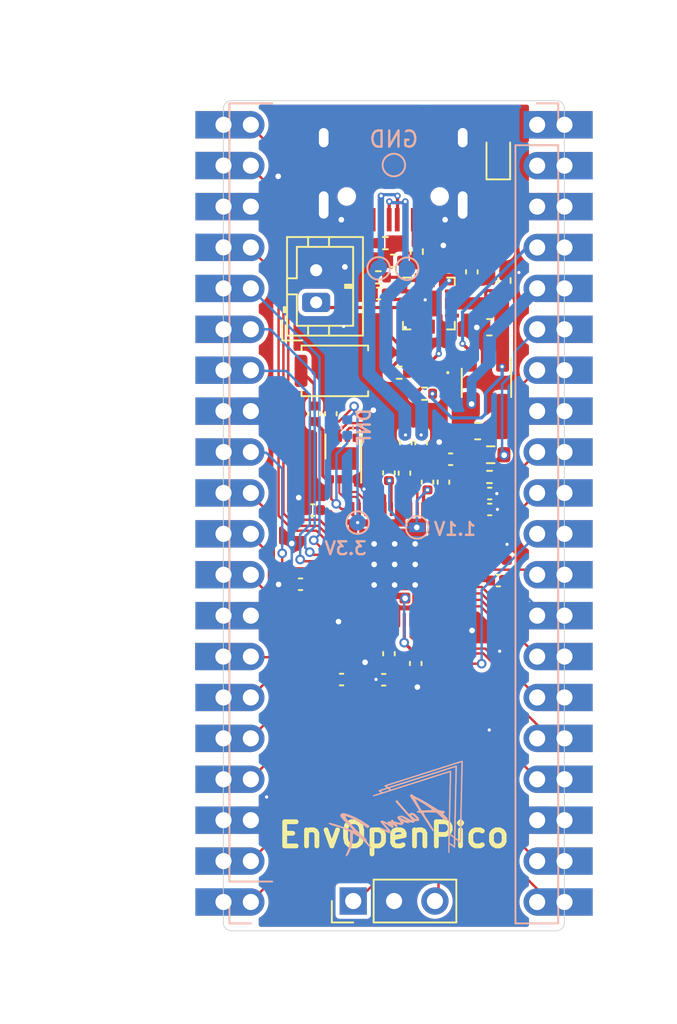
<source format=kicad_pcb>
(kicad_pcb (version 20210722) (generator pcbnew)
  (title_block (title "RP2040 Minimal Design Example") (date "2020-07-13") (rev "REV1") (company "Raspberry Pi (Trading) Ltd"))
  (layers (0 "F.Cu" signal) (31 "B.Cu" signal) (34 "B.Paste" user) (35 "F.Paste" user) (36 "B.SilkS" user "B.Silkscreen") (37 "F.SilkS" user "F.Silkscreen") (38 "B.Mask" user) (39 "F.Mask" user) (44 "Edge.Cuts" user))
  (net 0 "")
  (net 1 "GND")
  (net 2 "VBUS")
  (net 3 "/XIN")
  (net 4 "+1V1")
  (net 5 "/~{USB_BOOT}")
  (net 6 "/GPIO15")
  (net 7 "/GPIO14")
  (net 8 "/GPIO13")
  (net 9 "/GPIO12")
  (net 10 "/GPIO11")
  (net 11 "/GPIO10")
  (net 12 "/GPIO9")
  (net 13 "/GPIO8")
  (net 14 "/GPIO7")
  (net 15 "/GPIO6")
  (net 16 "/GPIO5")
  (net 17 "/GPIO4")
  (net 18 "/GPIO3")
  (net 19 "/GPIO2")
  (net 20 "/GPIO1")
  (net 21 "/GPIO0")
  (net 22 "/GPIO22")
  (net 23 "/GPIO21")
  (net 24 "/GPIO20")
  (net 25 "/GPIO19")
  (net 26 "/GPIO18")
  (net 27 "/GPIO17")
  (net 28 "/GPIO16")
  (net 29 "/RUN")
  (net 30 "/SWD")
  (net 31 "/SWCLK")
  (net 32 "/QSPI_SS")
  (net 33 "Net-(R3-Pad2)")
  (net 34 "Net-(R4-Pad2)")
  (net 35 "/QSPI_SD3")
  (net 36 "/QSPI_SCLK")
  (net 37 "/QSPI_SD0")
  (net 38 "/QSPI_SD2")
  (net 39 "/QSPI_SD1")
  (net 40 "Net-(D3-Pad2)")
  (net 41 "Net-(R6-Pad2)")
  (net 42 "Net-(R5-Pad2)")
  (net 43 "3V3_EN")
  (net 44 "USB_D+")
  (net 45 "USB_D-")
  (net 46 "/ADC_VREF")
  (net 47 "VSYS")
  (net 48 "+3V3")
  (net 49 "Net-(D2-Pad1)")
  (net 50 "Net-(R11-Pad1)")
  (net 51 "Net-(L1-Pad1)")
  (net 52 "VBAT")
  (net 53 "Net-(D2-Pad2)")
  (net 54 "Net-(R12-Pad2)")
  (net 55 "VDD")
  (net 56 "Net-(C20-Pad2)")
  (net 58 "/GPIO28_ADC2")
  (net 59 "/GPIO27_ADC1")
  (net 60 "/GPIO26_ADC0")
  (net 61 "/GPIO25")
  (net 65 "/XOUT")
  (net 66 "/GPIO23")
  (net 67 "/GPIO24")
  (net 68 "/GPIO29_ADC3")
  (footprint "RP2040_minimal:RP2040-QFN-56" (layer "F.Cu") (at 103.69 86.025)
    (fp_text reference "U3")
    (fp_text value "RP2040")
  )
  (footprint "Capacitor_SMD:C_0402_1005Metric" (layer "F.Cu") (at 105 92.175 -90)
    (fp_text reference "C6")
    (fp_text value "100nf 0402")
  )
  (footprint "Capacitor_SMD:C_0402_1005Metric" (layer "F.Cu") (at 103.3352 80.3404 90)
    (fp_text reference "C7")
    (fp_text value "100nf 0402")
  )
  (footprint "Capacitor_SMD:C_0402_1005Metric" (layer "F.Cu") (at 98.6 82.65 180)
    (fp_text reference "C11")
    (fp_text value "100nf 0402")
  )
  (footprint "Capacitor_SMD:C_0402_1005Metric" (layer "F.Cu") (at 98.687 76.6701 90)
    (fp_text reference "R1")
    (fp_text value "1k 0402 Resistor")
  )
  (footprint "Capacitor_SMD:C_0402_1005Metric" (layer "F.Cu") (at 105.33476 78.46396 -90)
    (fp_text reference "R4")
    (fp_text value " 27Ohms 0402 Resistor")
  )
  (footprint "Capacitor_SMD:C_0402_1005Metric" (layer "F.Cu") (at 110.13484 87.02568)
    (fp_text reference "C13")
    (fp_text value "100nf 0402")
  )
  (footprint "Capacitor_SMD:C_0402_1005Metric" (layer "F.Cu") (at 103.3352 91.5672 -90)
    (fp_text reference "C14")
    (fp_text value "100nf 0402")
  )
  (footprint "Capacitor_SMD:C_0402_1005Metric" (layer "F.Cu") (at 97.83864 87.25428 180)
    (fp_text reference "C17")
    (fp_text value "10uf 0402")
  )
  (footprint "Capacitor_SMD:C_0402_1005Metric" (layer "F.Cu") (at 105.73296 80.91698 90)
    (fp_text reference "C3")
    (fp_text value "1uf 0402")
  )
  (footprint "Capacitor_SMD:C_0402_1005Metric" (layer "F.Cu") (at 104.38476 78.46396 -90)
    (fp_text reference "R3")
    (fp_text value " 27Ohms  0402 Resistor")
  )
  (footprint "Capacitor_SMD:C_0402_1005Metric" (layer "F.Cu") (at 100.38956 93.1726 180)
    (fp_text reference "C2")
    (fp_text value "15pf 0402")
  )
  (footprint "Crystal:Crystal_SMD_SeikoEpson_TSX3225-4Pin_3.2x2.5mm" (layer "F.Cu") (at 101.5732 95.4078 180)
    (fp_text reference "X1")
    (fp_text value "XO 32 12Mhz 3225 seiko")
  )
  (footprint "HRO-TYPE-C31-M-12:HRO-TYPE-C-31-M-12" (layer "F.Cu") (at 103.6 56.925 180)
    (fp_text reference "e1")
    (fp_text value "TYPE-C-31-M-12")
  )
  (footprint "Resistor_SMD:R_0402_1005Metric" (layer "F.Cu") (at 109.18228 85.43056 180)
    (fp_text reference "R8")
    (fp_text value "470 ohm resistor")
  )
  (footprint "Resistor_SMD:R_0402_1005Metric" (layer "F.Cu") (at 103.115 66.075 180)
    (fp_text reference "R6")
    (fp_text value "5.1K")
  )
  (footprint "Package_SON:SON-8-1EP_3x2mm_P0.5mm_EP1.4x1.6mm" (layer "F.Cu") (at 100.50056 79.44886 90)
    (fp_text reference "FLASH1")
    (fp_text value "W25Q16")
  )
  (footprint "Capacitor_SMD:C_0402_1005Metric" (layer "F.Cu") (at 104.3004 80.3564 90)
    (fp_text reference "C8")
    (fp_text value "100nf 0402")
  )
  (footprint "Capacitor_SMD:C_0402_1005Metric" (layer "F.Cu") (at 99.72078 76.66756 90)
    (fp_text reference "C5")
    (fp_text value "100nf 0402")
  )
  (footprint "Button_Switch_SMD:SW_Push_SPST_NO_Alps_SKRK" (layer "F.Cu") (at 99.971 74.006)
    (fp_text reference "J2")
    (fp_text value "SKRKAEE020")
  )
  (footprint "LED_SMD:LED_0402_1005Metric" (layer "F.Cu") (at 110.65548 85.27308 -90)
    (fp_text reference "D3")
    (fp_text value "LED 0402 YELLOW")
  )
  (footprint "Resistor_SMD:R_0603_1608Metric" (layer "F.Cu") (at 109.6598 79.2134)
    (fp_text reference "R9")
    (fp_text value "200ohm 0603")
  )
  (footprint "Resistor_SMD:R_0402_1005Metric" (layer "F.Cu") (at 109.5879 80.593 180)
    (fp_text reference "R10")
    (fp_text value "1Ohm 0402")
  )
  (footprint "Capacitor_SMD:C_0402_1005Metric" (layer "F.Cu") (at 106.7261 80.91444 90)
    (fp_text reference "C10")
    (fp_text value "1uf 0402")
  )
  (footprint "Capacitor_SMD:C_0402_1005Metric" (layer "F.Cu") (at 109.6006 82.6123)
    (fp_text reference "C16")
    (fp_text value "100nf 0402")
  )
  (footprint "Capacitor_SMD:C_0402_1005Metric" (layer "F.Cu") (at 109.6006 81.6217)
    (fp_text reference "C18")
    (fp_text value "100nf 0402")
  )
  (footprint "Capacitor_SMD:C_0402_1005Metric" (layer "F.Cu") (at 103.0083 93.1853 180)
    (fp_text reference "C15")
    (fp_text value "100nf 0402")
  )
  (footprint "Resistor_SMD:R_0402_1005Metric" (layer "F.Cu") (at 105.0624 66.599 90)
    (fp_text reference "R5")
    (fp_text value "5.1K")
  )
  (footprint "Capacitor_SMD:C_0603_1608Metric" (layer "F.Cu") (at 109.5752 71.2966 180)
    (fp_text reference "C1")
    (fp_text value "10uf 0603 6.3V")
  )
  (footprint "Package_DFN_QFN:VQFN-16-1EP_3x3mm_P0.5mm_EP1.6x1.6mm" (layer "F.Cu") (at 105.816 69.8234)
    (fp_text reference "U2")
    (fp_text value "BQ24072RGT")
  )
  (footprint "Inductor_SMD:L_0603_1608Metric" (layer "F.Cu") (at 108.8513 77.7482 180)
    (fp_text reference "L1")
    (fp_text value "INDUCTOR 2.2uH 0603")
  )
  (footprint "Resistor_SMD:R_0402_1005Metric" (layer "F.Cu") (at 105.54 75.425 180)
    (fp_text reference "R7")
    (fp_text value "100k 0402")
  )
  (footprint "Package_TO_SOT_SMD:TSOT-23-5" (layer "F.Cu") (at 109.4228 74.751 -90)
    (fp_text reference "U1")
    (fp_text value "LM3671MF 3.3")
  )
  (footprint "Diode_SMD:D_0603_1608Metric" (layer "F.Cu") (at 110.134 60.6286 90)
    (fp_text reference "D4")
    (fp_text value "1n4002 0603")
  )
  (footprint "Capacitor_SMD:C_0402_1005Metric" (layer "F.Cu") (at 108.49 67.8596 90)
    (fp_text reference "C19")
    (fp_text value "0402 1uF")
  )
  (footprint "Resistor_SMD:R_0402_1005Metric" (layer "F.Cu") (at 110.515 68.4 -90)
    (fp_text reference "C20")
    (fp_text value "0402 10uF")
  )
  (footprint "Capacitor_SMD:C_0402_1005Metric" (layer "F.Cu") (at 102.6918 69.2011)
    (fp_text reference "C21")
    (fp_text value "4.7uf 0402")
  )
  (footprint "LED_SMD:LED_0402_1005Metric" (layer "F.Cu") (at 105.9073 74.116 180)
    (fp_text reference "D2")
    (fp_text value "0402 led")
  )
  (footprint "Resistor_SMD:R_0402_1005Metric" (layer "F.Cu") (at 103.6062 67.1691 180)
    (fp_text reference "R11")
    (fp_text value "10K 0402")
  )
  (footprint "Resistor_SMD:R_0402_1005Metric" (layer "F.Cu") (at 102.6791 68.1978)
    (fp_text reference "R12")
    (fp_text value "10K 0402")
  )
  (footprint "Resistor_SMD:R_0402_1005Metric" (layer "F.Cu") (at 103.9745 74.116)
    (fp_text reference "R14")
    (fp_text value "2.2K 0402")
  )
  (footprint "NetTie:NetTie-2_SMD_Pad0.5mm" (layer "F.Cu") (at 109.8546 69.8488)
    (fp_text reference "NT1")
    (fp_text value "Net-Tie_2")
  )
  (footprint "Capacitor_SMD:C_0402_1005Metric" (layer "F.Cu") (at 107.1706 79.4928 180)
    (fp_text reference "C9")
    (fp_text value "10uf 0402")
  )
  (footprint "Connector_PinHeader_2.54mm:PinHeader_1x03_P2.54mm_Vertical" (layer "F.Cu") (at 101.115 106.925 90)
    (fp_text reference "J5")
    (fp_text value "Conn_01x03_Male")
  )
  (footprint "Connector_JST:JST_PH_B2B-PH-K_1x02_P2.00mm_Vertical" (layer "F.Cu") (at 98.81 69.756 90)
    (fp_text reference "BT1")
    (fp_text value "Li-Po Battery")
  )
  (footprint "Connector_PinHeader_2.54mm:PinHeader_1x20_P2.54mm_Vertical" (layer "B.Cu") (at 112.53 58.725 180)
    (fp_text reference "J4")
    (fp_text value "2.54mm header 01x20")
  )
  (footprint "Connector_PinHeader_2.54mm:PinHeader_1x20_P2.54mm_Vertical" (layer "B.Cu") (at 94.75 106.985)
    (fp_text reference "J3" hide)
    (fp_text value "2.54mm header 01x20")
  )
  (footprint "TestPoint:TestPoint_Pad_D1.0mm" (layer "B.Cu") (at 102.6918 67.639)
    (fp_text reference "TP1")
    (fp_text value "TestPoint")
  )
  (footprint "TestPoint:TestPoint_Pad_D1.0mm" (layer "B.Cu") (at 104.4698 67.6644)
    (fp_text reference "TP2")
    (fp_text value "TestPoint")
  )
  (footprint "TestPoint:TestPoint_Pad_D1.0mm" (layer "B.Cu") (at 103.64 61.225)
    (fp_text reference "TP3")
    (fp_text value "TestPoint")
  )
  (footprint "Capacitor_SMD:C_0402_1005Metric" (layer "B.Cu") (at 100.7444 77.521 -90)
    (fp_text reference "R2")
    (fp_text value "DNF")
  )
  (footprint "TestPoint:TestPoint_Pad_D1.0mm" (layer "B.Cu") (at 105.09 83.725)
    (fp_text reference "TP7")
    (fp_text value "TestPoint")
  )
  (footprint "TestPoint:TestPoint_Pad_D1.0mm" (layer "B.Cu") (at 101.39 83.425)
    (fp_text reference "TP8")
    (fp_text value "TestPoint")
  )
  (footprint "EnvExtras:logo" (layer "B.Cu") (at 103.69764 101.30416 180)
    (fp_text reference "G***" hide)
    (fp_text value "LOGO" hide)
  )
  (gr_arc (start 113.74 108.275) (end 113.74 108.775) (angle -90) (layer "Edge.Cuts") (width 0.05))
  (gr_line (start 93.54 57.225) (end 113.74 57.225) (layer "Edge.Cuts") (width 0.05))
  (gr_arc (start 113.74 57.725) (end 114.24 57.725) (angle -90) (layer "Edge.Cuts") (width 0.05))
  (gr_line (start 93.04 108.275) (end 93.04 57.725) (layer "Edge.Cuts") (width 0.05))
  (gr_arc (start 93.54 57.725) (end 93.54 57.225) (angle -90) (layer "Edge.Cuts") (width 0.05))
  (gr_arc (start 93.54 108.275) (end 93.04 108.275) (angle -90) (layer "Edge.Cuts") (width 0.05))
  (gr_line (start 93.54 108.775) (end 113.74 108.775) (layer "Edge.Cuts") (width 0.05))
  (gr_line (start 114.24 108.275) (end 114.24 57.725) (layer "Edge.Cuts") (width 0.05))
  (gr_text "GND" (at 103.64 59.625) (layer "B.SilkS") (effects (font (size 1 1)) (justify mirror)))
  (gr_text "1.1V" (at 107.44 83.825) (layer "B.SilkS") (effects (font (size 0.8 0.8)) (justify mirror)))
  (gr_text "DNF" (at 101.7858 77.5116 90) (layer "B.SilkS") (effects (font (size 0.8 0.8) (thickness 0.153)) (justify mirror)))
  (gr_text "3.3V" (at 100.64 85.025) (layer "B.SilkS") (effects (font (size 0.8 0.8)) (justify mirror)))
  (gr_text "EnvOpenPico" (at 103.64 102.825) (layer "F.SilkS") (effects (font (size 1.5 1.5) (thickness 0.3))))
  (segment (start 100.375 64.62) (end 100.375 65.95) (width 0.6) (layer "F.Cu") (net 1))
  (segment (start 98.12 82.65) (end 98.12 82.27) (width 0.15) (layer "F.Cu") (net 1))
  (segment (start 101.85 91.025736) (end 101.85 92.1) (width 0.15) (layer "F.Cu") (net 1))
  (segment (start 102.69 90.185736) (end 101.85 91.025736) (width 0.15) (layer "F.Cu") (net 1))
  (segment (start 106.7261 80.43444) (end 105.7355 80.43444) (width 0.15) (layer "F.Cu") (net 1))
  (segment (start 100.4732 94.6078) (end 100.4732 93.56896) (width 0.15) (layer "F.Cu") (net 1))
  (segment (start 106.566 70.5734) (end 105.816 69.8234) (width 0.2) (layer "F.Cu") (net 1))
  (segment (start 100.4732 93.56896) (end 100.86956 93.1726) (width 0.15) (layer "F.Cu") (net 1))
  (segment (start 98.12 82.27) (end 97.725 81.875) (width 0.15) (layer "F.Cu") (net 1))
  (segment (start 106.566 71.944) (end 105.545 72.965) (width 0.2) (layer "F.Cu") (net 1))
  (segment (start 106.566 71.2609) (end 106.566 70.5734) (width 0.2) (layer "F.Cu") (net 1))
  (segment (start 105.566 67.6126) (end 105.0624 67.109) (width 0.2) (layer "F.Cu") (net 1))
  (segment (start 104.3785 70.5734) (end 105.066 70.5734) (width 0.2) (layer "F.Cu") (net 1))
  (segment (start 112.568 89.205) (end 110.882 87.519) (width 0.15) (layer "F.Cu") (net 1))
  (segment (start 105.566 69.5734) (end 105.566 68.3859) (width 0.2) (layer "F.Cu") (net 1))
  (segment (start 105.066 70.5734) (end 105.816 69.8234) (width 0.2) (layer "F.Cu") (net 1))
  (segment (start 102.69 89.4625) (end 102.69 90.185736) (width 0.15) (layer "F.Cu") (net 1))
  (segment (start 106.566 71.2609) (end 106.566 71.944) (width 0.2) (layer "F.Cu") (net 1))
  (segment (start 105.566 68.3859) (end 105.566 67.6126) (width 0.2) (layer "F.Cu") (net 1))
  (via (at 108.7962 71.3093) (size 0.6) (drill 0.35) (layers "F.Cu" "B.Cu") (net 1))
  (via (at 100.515 71.25) (size 0.4) (drill 0.2) (layers "F.Cu" "B.Cu") (net 1))
  (via (at 102.365 76.45) (size 0.6) (drill 0.35) (layers "F.Cu" "B.Cu") (net 1))
  (via (at 110.22 91.415) (size 0.4) (drill 0.2) (layers "F.Cu" "B.Cu") (net 1))
  (via (at 97.725 81.875) (size 0.6) (drill 0.35) (layers "F.Cu" "B.Cu") (net 1))
  (via (at 111.415 67.9) (size 0.4) (drill 0.2) (layers "F.Cu" "B.Cu") (net 1))
  (via (at 104.3512 71.314) (size 0.4) (drill 0.2) (layers "F.Cu" "B.Cu") (net 1))
  (via (at 106.825 64.62) (size 0.6) (drill 0.35) (layers "F.Cu" "B.Cu") (net 1))
  (via (at 100.2 89.575) (size 0.6) (drill 0.35) (layers "F.Cu" "B.Cu") (net 1))
  (via (at 95.73 100.465) (size 0.4) (drill 0.2) (layers "F.Cu" "B.Cu") (net 1))
  (via (at 100.5963 67.5501) (size 0.6) (drill 0.35) (layers "F.Cu" "B.Cu") (net 1))
  (via (at 102.53 93.165) (size 0.4) (drill 0.2) (layers "F.Cu" "B.Cu") (net 1))
  (via (at 109.57 96.305) (size 0.4) (drill 0.2) (layers "F.Cu" "B.Cu") (net 1))
  (via (at 110.6758 84.776) (size 0.4) (drill 0.2) (layers "F.Cu" "B.Cu") (net 1))
  (via (at 105.5876 69.595) (size 0.4) (drill 0.2) (layers "F.Cu" "B.Cu") (net 1))
  (via (at 106.4594 78.426) (size 0.6) (drill 0.35) (layers "F.Cu" "B.Cu") (net 1))
  (via (at 100.375 64.62) (size 0.6) (drill 0.35) (layers "F.Cu" "B.Cu") (net 1))
  (via (at 110.08 82.605) (size 0.4) (drill 0.2) (layers "F.Cu" "B.Cu") (net 1))
  (via (at 105.10304 93.63984) (size 0.6) (drill 0.35) (layers "F.Cu" "B.Cu") (net 1))
  (via (at 97.291928 84.725) (size 0.6) (drill 0.35) (layers "F.Cu" "B.Cu") (net 1))
  (via (at 101.7858 81.347) (size 0.4) (drill 0.2) (layers "F.Cu" "B.Cu") (net 1))
  (via (at 101.85 92.1) (size 0.6) (drill 0.35) (layers "F.Cu" "B.Cu") (net 1))
  (via (at 96.4772 87.2652) (size 0.6) (drill 0.35) (layers "F.Cu" "B.Cu") (net 1))
  (via (at 106.7177 66.2166) (size 0.6) (drill 0.35) (layers "F.Cu" "B.Cu") (net 1))
  (via (at 96.45 61.925) (size 0.6) (drill 0.35) (layers "F.Cu" "B.Cu") (net 1))
  (via (at 108.5 90.125) (size 0.6) (drill 0.35) (layers "F.Cu" "B.Cu") (net 1))
  (via (at 110.0408 81.6264) (size 0.4) (drill 0.2) (layers "F.Cu" "B.Cu") (net 1))
  (segment (start 97.291928 85.863072) (end 97.29 85.865) (width 0.15) (layer "B.Cu") (net 1))
  (segment (start 97.291928 84.725) (end 97.291928 85.863072) (width 0.15) (layer "B.Cu") (net 1))
  (segment (start 112 89.205) (end 110.16 91.045) (width 0.15) (layer "B.Cu") (net 1))
  (segment (start 97.29 85.865) (end 97.29 86.655) (width 0.15) (layer "B.Cu") (net 1))
  (segment (start 111.39 87.519) (end 112.59 88.719) (width 0.15) (layer "B.Cu") (net 1))
  (segment (start 110.9552 58.725) (end 112.55 58.725) (width 0.8) (layer "F.Cu") (net 2))
  (segment (start 110.117 59.5632) (end 110.9552 58.725) (width 0.8) (layer "F.Cu") (net 2))
  (segment (start 99.409 93.67316) (end 99.409 96.058) (width 0.15) (layer "F.Cu") (net 3))
  (segment (start 99.90956 93.1726) (end 99.409 93.67316) (width 0.15) (layer "F.Cu") (net 3))
  (segment (start 99.488 96.137) (end 99.5588 96.2078) (width 0.127) (layer "F.Cu") (net 3))
  (segment (start 102.090961 92.602001) (end 102.567 92.125962) (width 0.15) (layer "F.Cu") (net 3))
  (segment (start 103.09 90.289) (end 103.09 89.4625) (width 0.15) (layer "F.Cu") (net 3))
  (segment (start 99.90956 92.75344) (end 100.060999 92.602001) (width 0.15) (layer "F.Cu") (net 3))
  (segment (start 99.90956 93.1726) (end 99.90956 92.75344) (width 0.15) (layer "F.Cu") (net 3))
  (segment (start 99.5588 96.2078) (end 100.4732 96.2078) (width 0.15) (layer "F.Cu") (net 3))
  (segment (start 100.060999 92.602001) (end 102.090961 92.602001) (width 0.15) (layer "F.Cu") (net 3))
  (segment (start 102.567 90.812) (end 103.09 90.289) (width 0.15) (layer "F.Cu") (net 3))
  (segment (start 99.409 96.058) (end 99.5588 96.2078) (width 0.15) (layer "F.Cu") (net 3))
  (segment (start 102.567 92.125962) (end 102.567 90.812) (width 0.15) (layer "F.Cu") (net 3))
  (segment (start 104.29 89.4625) (end 104.29 90.874546) (width 0.2) (layer "F.Cu") (net 4))
  (segment (start 104.29 90.874546) (end 104.284269 90.880277) (width 0.15) (layer "F.Cu") (net 4))
  (segment (start 105.49 82.5875) (end 105.49 81.639952) (width 0.2) (layer "F.Cu") (net 4))
  (segment (start 105 91.596008) (end 104.284269 90.880277) (width 0.2) (layer "F.Cu") (net 4))
  (segment (start 103.49 80.949836) (end 103.49 82.5875) (width 0.15) (layer "F.Cu") (net 4))
  (segment (start 105.49 81.639952) (end 105.73296 81.396992) (width 0.2) (layer "F.Cu") (net 4))
  (via (at 103.3606 80.820436) (size 0.4) (drill 0.2) (layers "F.Cu" "B.Cu") (net 4))
  (via (at 104.34 88.125) (size 0.6) (drill 0.35) (layers "F.Cu" "B.Cu") (net 4))
  (via (at 104.284269 90.880277) (size 0.6) (drill 0.35) (layers "F.Cu" "B.Cu") (net 4))
  (via (at 105.73296 81.396992) (size 0.4) (drill 0.2) (layers "F.Cu" "B.Cu") (net 4))
  (via (at 105.065 83.725) (size 0.6) (drill 0.35) (layers "F.Cu" "B.Cu") (net 4))
  (segment (start 104.44 83.725) (end 105.065 83.725) (width 0.15) (layer "B.Cu") (net 4))
  (segment (start 103.3606 82.6456) (end 104.44 83.725) (width 0.15) (layer "B.Cu") (net 4))
  (segment (start 105.065 82.064952) (end 105.73296 81.396992) (width 0.15) (layer "B.Cu") (net 4))
  (segment (start 103.3606 80.820436) (end 103.3606 82.6456) (width 0.15) (layer "B.Cu") (net 4))
  (segment (start 104.284269 88.055731) (end 104.284269 90.880277) (width 0.15) (layer "B.Cu") (net 4))
  (segment (start 105.065 83.725) (end 105.065 82.064952) (width 0.15) (layer "B.Cu") (net 4))
  (segment (start 98.687 76.1901) (end 98.687 74.822) (width 0.2) (layer "F.Cu") (net 5))
  (segment (start 98.687 74.822) (end 97.871 74.006) (width 0.2) (layer "F.Cu") (net 5))
  (segment (start 96.850028 95.977804) (end 96.850028 93.873528) (width 0.15) (layer "F.Cu") (net 6))
  (segment (start 102.29 89.93748) (end 101.00246 91.22502) (width 0.15) (layer "F.Cu") (net 6))
  (segment (start 96.525019 103.074259) (end 96.525019 96.302815) (width 0.15) (layer "F.Cu") (net 6))
  (segment (start 95.925 103.674278) (end 96.525019 103.074259) (width 0.15) (layer "F.Cu") (net 6))
  (segment (start 94.69 107.025) (end 95.925 105.79) (width 0.15) (layer "F.Cu") (net 6))
  (segment (start 95.925 105.79) (end 95.925 103.674278) (width 0.15) (layer "F.Cu") (net 6))
  (segment (start 96.525019 96.302815) (end 96.850028 95.977804) (width 0.15) (layer "F.Cu") (net 6))
  (segment (start 101.00246 91.22502) (end 99.498536 91.22502) (width 0.15) (layer "F.Cu") (net 6))
  (segment (start 102.29 89.4625) (end 102.29 89.93748) (width 0.15) (layer "F.Cu") (net 6))
  (segment (start 99.498536 91.22502) (end 96.850028 93.873528) (width 0.15) (layer "F.Cu") (net 6))
  (segment (start 96.22501 96.178546) (end 96.22501 102.94999) (width 0.15) (layer "F.Cu") (net 7))
  (segment (start 99.374268 90.92501) (end 96.55002 93.749258) (width 0.15) (layer "F.Cu") (net 7))
  (segment (start 96.22501 102.94999) (end 94.69 104.485) (width 0.15) (layer "F.Cu") (net 7))
  (segment (start 101.89 89.4625) (end 101.89 89.913202) (width 0.15) (layer "F.Cu") (net 7))
  (segment (start 96.55002 93.749258) (end 96.550019 95.853537) (width 0.15) (layer "F.Cu") (net 7))
  (segment (start 101.89 89.913202) (end 100.878192 90.92501) (width 0.15) (layer "F.Cu") (net 7))
  (segment (start 100.878192 90.92501) (end 99.374268 90.92501) (width 0.15) (layer "F.Cu") (net 7))
  (segment (start 96.550019 95.853537) (end 96.22501 96.178546) (width 0.15) (layer "F.Cu") (net 7))
  (segment (start 94.69 99.405) (end 95.925 98.17) (width 0.15) (layer "F.Cu") (net 8))
  (segment (start 101.49 89.888924) (end 101.49 89.4625) (width 0.15) (layer "F.Cu") (net 8))
  (segment (start 95.925 96.054278) (end 96.25001 95.729268) (width 0.15) (layer "F.Cu") (net 8))
  (segment (start 100.753924 90.625) (end 101.49 89.888924) (width 0.15) (layer "F.Cu") (net 8))
  (segment (start 96.25001 95.729268) (end 96.25001 93.62499) (width 0.15) (layer "F.Cu") (net 8))
  (segment (start 95.925 98.17) (end 95.925 96.054278) (width 0.15) (layer "F.Cu") (net 8))
  (segment (start 99.25 90.625) (end 100.753924 90.625) (width 0.15) (layer "F.Cu") (net 8))
  (segment (start 96.25001 93.62499) (end 99.25 90.625) (width 0.15) (layer "F.Cu") (net 8))
  (segment (start 95.95 93.489278) (end 99.114278 90.325) (width 0.15) (layer "F.Cu") (net 9))
  (segment (start 99.114278 90.325) (end 100.2275 90.325) (width 0.15) (layer "F.Cu") (net 9))
  (segment (start 100.2275 90.325) (end 101.09 89.4625) (width 0.15) (layer "F.Cu") (net 9))
  (segment (start 94.69 96.865) (end 95.95 95.605) (width 0.15) (layer "F.Cu") (net 9))
  (segment (start 95.95 95.605) (end 95.95 93.489278) (width 0.15) (layer "F.Cu") (net 9))
  (segment (start 94.69 94.325) (end 100.2525 88.7625) (width 0.15) (layer "F.Cu") (net 10))
  (segment (start 100.2525 88.625) (end 100.2525 88.7625) (width 0.15) (layer "F.Cu") (net 10))
  (segment (start 99.625 88.225) (end 99.3 88.55) (width 0.15) (layer "F.Cu") (net 11))
  (segment (start 100.2525 88.225) (end 99.625 88.225) (width 0.15) (layer "F.Cu") (net 11))
  (segment (start 99.3 88.55) (end 99.3 89.225) (width 0.15) (layer "F.Cu") (net 11))
  (segment (start 96.74 91.785) (end 94.69 91.785) (width 0.15) (layer "F.Cu") (net 11))
  (segment (start 99.3 89.225) (end 96.74 91.785) (width 0.15) (layer "F.Cu") (net 11))
  (segment (start 94.69 86.705) (end 96.71 88.725) (width 0.15) (layer "F.Cu") (net 12))
  (segment (start 99.592861 87.825) (end 98.692861 88.725) (width 0.15) (layer "F.Cu") (net 12))
  (segment (start 98.692861 88.725) (end 96.71 88.725) (width 0.15) (layer "F.Cu") (net 12))
  (segment (start 100.2525 87.825) (end 99.592861 87.825) (width 0.15) (layer "F.Cu") (net 12))
  (segment (start 96.834278 88.425) (end 95.874988 87.46571) (width 0.15) (layer "F.Cu") (net 13))
  (segment (start 98.56 88.425) (end 96.834278 88.425) (width 0.15) (layer "F.Cu") (net 13))
  (segment (start 99.56 87.425) (end 98.56 88.425) (width 0.15) (layer "F.Cu") (net 13))
  (segment (start 95.874988 85.349988) (end 94.69 84.165) (width 0.15) (layer "F.Cu") (net 13))
  (segment (start 95.874988 87.46571) (end 95.874988 85.349988) (width 0.15) (layer "F.Cu") (net 13))
  (segment (start 100.2525 87.425) (end 99.56 87.425) (width 0.15) (layer "F.Cu") (net 13))
  (segment (start 95.539999 82.474999) (end 94.69 81.625) (width 0.15) (layer "F.Cu") (net 14))
  (segment (start 95.539999 83.137833) (end 95.539999 82.474999) (width 0.15) (layer "F.Cu") (net 14))
  (segment (start 96.174999 85.919999) (end 96.174999 83.772833) (width 0.15) (layer "F.Cu") (net 14))
  (segment (start 100.2525 86.625) (end 96.88 86.625) (width 0.15) (layer "F.Cu") (net 14))
  (segment (start 96.88 86.625) (end 96.174999 85.919999) (width 0.15) (layer "F.Cu") (net 14))
  (segment (start 96.174999 83.772833) (end 95.539999 83.137833) (width 0.15) (layer "F.Cu") (net 14))
  (segment (start 100.205995 86.271505) (end 96.950783 86.271505) (width 0.15) (layer "F.Cu") (net 15))
  (segment (start 96.7 86.020722) (end 96.7 85.335) (width 0.15) (layer "F.Cu") (net 15))
  (segment (start 96.950783 86.271505) (end 96.7 86.020722) (width 0.15) (layer "F.Cu") (net 15))
  (segment (start 100.2525 86.225) (end 100.205995 86.271505) (width 0.15) (layer "F.Cu") (net 15))
  (via (at 96.7 85.335) (size 0.6) (drill 0.35) (layers "F.Cu" "B.Cu") (net 15))
  (segment (start 95.71 79.085) (end 96.7 80.075) (width 0.15) (layer "B.Cu") (net 15))
  (segment (start 96.7 80.075) (end 96.7 85.335) (width 0.15) (layer "B.Cu") (net 15))
  (segment (start 94.69 79.085) (end 95.71 79.085) (width 0.15) (layer "B.Cu") (net 15))
  (segment (start 97.921945 85.825) (end 97.816938 85.719993) (width 0.15) (layer "F.Cu") (net 16))
  (segment (start 100.2525 85.825) (end 97.921945 85.825) (width 0.15) (layer "F.Cu") (net 16))
  (via (at 97.816938 85.719993) (size 0.6) (drill 0.35) (layers "F.Cu" "B.Cu") (net 16))
  (segment (start 98.417178 75.477178) (end 96.945 74.005) (width 0.15) (layer "B.Cu") (net 16))
  (segment (start 97.816938 84.156781) (end 98.417178 83.556541) (width 0.15) (layer "B.Cu") (net 16))
  (segment (start 96.945 74.005) (end 94.69 74.005) (width 0.15) (layer "B.Cu") (net 16))
  (segment (start 97.816938 85.719993) (end 97.816938 84.156781) (width 0.15) (layer "B.Cu") (net 16))
  (segment (start 98.417178 83.556541) (end 98.417178 75.477178) (width 0.15) (layer "B.Cu") (net 16))
  (segment (start 98.573859 85.425) (end 98.410926 85.262067) (width 0.15) (layer "F.Cu") (net 17))
  (segment (start 100.2525 85.425) (end 98.573859 85.425) (width 0.15) (layer "F.Cu") (net 17))
  (via (at 98.410926 85.262067) (size 0.6) (drill 0.35) (layers "F.Cu" "B.Cu") (net 17))
  (segment (start 98.717189 74.190108) (end 95.952081 71.425) (width 0.15) (layer "B.Cu") (net 17))
  (segment (start 98.410926 85.262067) (end 98.134999 84.98614) (width 0.15) (layer "B.Cu") (net 17))
  (segment (start 98.134999 84.98614) (end 98.134999 84.262999) (width 0.15) (layer "B.Cu") (net 17))
  (segment (start 95.952081 71.425) (end 94.75 71.425) (width 0.15) (layer "B.Cu") (net 17))
  (segment (start 98.717189 83.680809) (end 98.717189 74.190108) (width 0.15) (layer "B.Cu") (net 17))
  (segment (start 98.134999 84.262999) (end 98.717189 83.680809) (width 0.15) (layer "B.Cu") (net 17))
  (segment (start 100.2525 85.025) (end 99.16 85.025) (width 0.15) (layer "F.Cu") (net 18))
  (segment (start 99.16 85.025) (end 98.66 84.525) (width 0.15) (layer "F.Cu") (net 18))
  (via (at 98.66 84.525) (size 0.6) (drill 0.35) (layers "F.Cu" "B.Cu") (net 18))
  (segment (start 99.0172 73.1522) (end 99.0172 84.1678) (width 0.15) (layer "B.Cu") (net 18))
  (segment (start 94.75 68.885) (end 99.0172 73.1522) (width 0.15) (layer "B.Cu") (net 18))
  (segment (start 99.0172 84.1678) (end 98.66 84.525) (width 0.15) (layer "B.Cu") (net 18))
  (segment (start 97.40572 83.929998) (end 96.47497 82.999248) (width 0.15) (layer "F.Cu") (net 19))
  (segment (start 98.83072 83.929998) (end 97.40572 83.929998) (width 0.15) (layer "F.Cu") (net 19))
  (segment (start 96.47497 68.16997) (end 94.69 66.385) (width 0.15) (layer "F.Cu") (net 19))
  (segment (start 96.47497 82.999248) (end 96.47497 68.16997) (width 0.15) (layer "F.Cu") (net 19))
  (segment (start 99.525722 84.625) (end 98.83072 83.929998) (width 0.15) (layer "F.Cu") (net 19))
  (segment (start 100.2525 84.625) (end 99.525722 84.625) (width 0.15) (layer "F.Cu") (net 19))
  (segment (start 99.55 84.225) (end 98.954987 83.629987) (width 0.15) (layer "F.Cu") (net 20))
  (segment (start 96.774981 82.849259) (end 96.77498 63.38998) (width 0.15) (layer "F.Cu") (net 20))
  (segment (start 98.954987 83.629987) (end 97.555709 83.629987) (width 0.15) (layer "F.Cu") (net 20))
  (segment (start 97.555709 83.629987) (end 96.774981 82.849259) (width 0.15) (layer "F.Cu") (net 20))
  (segment (start 100.2525 84.225) (end 99.55 84.225) (width 0.15) (layer "F.Cu") (net 20))
  (segment (start 94.69 61.305) (end 96.77498 63.38998) (width 0.15) (layer "F.Cu") (net 20))
  (segment (start 99.015 83.25) (end 97.6 83.25) (width 0.15) (layer "F.Cu") (net 21))
  (segment (start 97.07499 82.72499) (end 97.07499 61.14999) (width 0.15) (layer "F.Cu") (net 21))
  (segment (start 94.69 58.765) (end 97.07499 61.14999) (width 0.15) (layer "F.Cu") (net 21))
  (segment (start 97.6 83.25) (end 97.07499 82.72499) (width 0.15) (layer "F.Cu") (net 21))
  (segment (start 99.59 83.825) (end 99.015 83.25) (width 0.15) (layer "F.Cu") (net 21))
  (segment (start 100.2525 83.825) (end 99.59 83.825) (width 0.15) (layer "F.Cu") (net 21))
  (segment (start 107.1275 86.625) (end 108.6744 86.625) (width 0.15) (layer "F.Cu") (net 22))
  (segment (start 108.6744 86.625) (end 108.9486 86.3508) (width 0.15) (layer "F.Cu") (net 22))
  (segment (start 108.9486 86.3508) (end 112.2758 86.3508) (width 0.15) (layer "F.Cu") (net 22))
  (segment (start 107.1275 87.425) (end 109.104998 87.425) (width 0.15) (layer "F.Cu") (net 23))
  (segment (start 109.104998 87.425) (end 111 89.320002) (width 0.15) (layer "F.Cu") (net 23))
  (segment (start 111 89.320002) (end 111 90.155) (width 0.15) (layer "F.Cu") (net 23))
  (segment (start 111 90.155) (end 112.59 91.745) (width 0.15) (layer "F.Cu") (net 23))
  (segment (start 112.59 94.285) (end 111.3 92.995) (width 0.15) (layer "F.Cu") (net 24))
  (segment (start 111.3 92.995) (end 111.3 90.879278) (width 0.15) (layer "F.Cu") (net 24))
  (segment (start 107.1275 87.825) (end 109.08072 87.825) (width 0.15) (layer "F.Cu") (net 24))
  (segment (start 110.69999 90.279268) (end 110.69999 89.44427) (width 0.15) (layer "F.Cu") (net 24))
  (segment (start 111.3 90.879278) (end 110.69999 90.279268) (width 0.15) (layer "F.Cu") (net 24))
  (segment (start 110.69999 89.44427) (end 109.08072 87.825) (width 0.15) (layer "F.Cu") (net 24))
  (segment (start 110.39998 89.568538) (end 109.056462 88.22502) (width 0.15) (layer "F.Cu") (net 25))
  (segment (start 110.99999 91.003546) (end 110.399981 90.403537) (width 0.15) (layer "F.Cu") (net 25))
  (segment (start 112.59 96.015) (end 110.99999 94.42499) (width 0.15) (layer "F.Cu") (net 25))
  (segment (start 110.399981 90.403537) (end 110.39998 89.568538) (width 0.15) (layer "F.Cu") (net 25))
  (segment (start 107.678426 88.22502) (end 107.678406 88.225) (width 0.15) (layer "F.Cu") (net 25))
  (segment (start 112.59 96.825) (end 112.59 96.015) (width 0.15) (layer "F.Cu") (net 25))
  (segment (start 110.99999 94.42499) (end 110.99999 91.003546) (width 0.15) (layer "F.Cu") (net 25))
  (segment (start 109.056462 88.22502) (end 107.678426 88.22502) (width 0.15) (layer "F.Cu") (net 25))
  (segment (start 107.678406 88.225) (end 107.1275 88.225) (width 0.15) (layer "F.Cu") (net 25))
  (segment (start 110.099972 90.527806) (end 110.69998 91.127814) (width 0.15) (layer "F.Cu") (net 26))
  (segment (start 111.3 98.075) (end 112.59 99.365) (width 0.15) (layer "F.Cu") (net 26))
  (segment (start 111.3 95.149278) (end 111.3 98.075) (width 0.15) (layer "F.Cu") (net 26))
  (segment (start 110.099972 89.692808) (end 110.099972 90.527806) (width 0.15) (layer "F.Cu") (net 26))
  (segment (start 107.1275 88.625) (end 109.032164 88.625) (width 0.15) (layer "F.Cu") (net 26))
  (segment (start 109.032164 88.625) (end 110.099972 89.692808) (width 0.15) (layer "F.Cu") (net 26))
  (segment (start 110.69998 91.127814) (end 110.699981 94.549259) (width 0.15) (layer "F.Cu") (net 26))
  (segment (start 110.699981 94.549259) (end 111.3 95.149278) (width 0.15) (layer "F.Cu") (net 26))
  (segment (start 110.399972 92.324972) (end 109.327084 91.252084) (width 0.15) (layer "F.Cu") (net 27))
  (segment (start 112.59 104.445) (end 111.3 103.155) (width 0.15) (layer "F.Cu") (net 27))
  (segment (start 110.99999 95.273546) (end 110.399972 94.673526) (width 0.15) (layer "F.Cu") (net 27))
  (segment (start 106.29 90.442166) (end 106.29 89.4625) (width 0.15) (layer "F.Cu") (net 27))
  (segment (start 110.399972 94.673526) (end 110.399972 92.324972) (width 0.15) (layer "F.Cu") (net 27))
  (segment (start 111.3 103.155) (end 111.3 98.499278) (width 0.15) (layer "F.Cu") (net 27))
  (segment (start 111.3 98.499278) (end 110.99999 98.199268) (width 0.15) (layer "F.Cu") (net 27))
  (segment (start 107.099918 91.252084) (end 106.29 90.442166) (width 0.15) (layer "F.Cu") (net 27))
  (segment (start 110.99999 98.199268) (end 110.99999 95.273546) (width 0.15) (layer "F.Cu") (net 27))
  (segment (start 109.327084 91.252084) (end 107.099918 91.252084) (width 0.15) (layer "F.Cu") (net 27))
  (segment (start 109.202816 91.552094) (end 106.97565 91.552094) (width 0.15) (layer "F.Cu") (net 28))
  (segment (start 110.69998 95.42498) (end 110.099962 94.824962) (width 0.15) (layer "F.Cu") (net 28))
  (segment (start 112.59 106.215) (end 111.3 104.925) (width 0.15) (layer "F.Cu") (net 28))
  (segment (start 110.099962 92.44924) (end 109.202816 91.552094) (width 0.15) (layer "F.Cu") (net 28))
  (segment (start 106.97565 91.552094) (end 105.89 90.466444) (width 0.15) (layer "F.Cu") (net 28))
  (segment (start 111.3 103.579278) (end 110.99999 103.279268) (width 0.15) (layer "F.Cu") (net 28))
  (segment (start 110.699981 98.323537) (end 110.69998 95.42498) (width 0.15) (layer "F.Cu") (net 28))
  (segment (start 110.099962 94.824962) (end 110.099962 92.44924) (width 0.15) (layer "F.Cu") (net 28))
  (segment (start 110.99999 98.623546) (end 110.699981 98.323537) (width 0.15) (layer "F.Cu") (net 28))
  (segment (start 111.3 104.925) (end 111.3 103.579278) (width 0.15) (layer "F.Cu") (net 28))
  (segment (start 105.89 90.466444) (end 105.89 89.4625) (width 0.15) (layer "F.Cu") (net 28))
  (segment (start 110.99999 103.279268) (end 110.99999 98.623546) (width 0.15) (layer "F.Cu") (net 28))
  (segment (start 105.49 89.4625) (end 105.49 90.487892) (width 0.15) (layer "F.Cu") (net 29))
  (segment (start 105.49 90.487892) (end 107.191108 92.189) (width 0.15) (layer "F.Cu") (net 29))
  (segment (start 107.191108 92.189) (end 109.1 92.189) (width 0.15) (layer "F.Cu") (net 29))
  (via (at 109.1 92.189) (size 0.6) (drill 0.35) (layers "F.Cu" "B.Cu") (net 29))
  (segment (start 112.59 84.125) (end 109.1 87.615) (width 0.15) (layer "B.Cu") (net 29))
  (segment (start 109.1 87.615) (end 109.1 92.189) (width 0.15) (layer "B.Cu") (net 29))
  (segment (start 105.09 89.4625) (end 105.09 90.514998) (width 0.15) (layer "F.Cu") (net 30))
  (segment (start 106.41652 91.841518) (end 106.41652 106.70348) (width 0.15) (layer "F.Cu") (net 30))
  (segment (start 105.09 90.514998) (end 106.41652 91.841518) (width 0.15) (layer "F.Cu") (net 30))
  (segment (start 104.69 90.50675) (end 104.69 89.4625) (width 0.15) (layer "F.Cu") (net 31))
  (segment (start 106.14 91.95675) (end 104.69 90.50675) (width 0.15) (layer "F.Cu") (net 31))
  (segment (start 106.14 102.125) (end 106.14 91.95675) (width 0.15) (layer "F.Cu") (net 31))
  (segment (start 101.34 106.925) (end 106.14 102.125) (width 0.15) (layer "F.Cu") (net 31))
  (segment (start 100.3847 82.5875) (end 101.09 82.5875) (width 0.15) (layer "F.Cu") (net 32))
  (segment (start 99.75056 81.95336) (end 99.75056 80.73636) (width 0.15) (layer "F.Cu") (net 32))
  (segment (start 100.0586 82.2614) (end 99.75056 81.95336) (width 0.15) (layer "F.Cu") (net 32))
  (segment (start 100.0586 82.2614) (end 100.3847 82.5875) (width 0.15) (layer "F.Cu") (net 32))
  (segment (start 99.43856 80.73636) (end 99.2204 80.5182) (width 0.2) (layer "F.Cu") (net 32))
  (segment (start 99.2204 80.5182) (end 99.2204 77.6835) (width 0.2) (layer "F.Cu") (net 32))
  (segment (start 99.75056 80.73636) (end 99.43856 80.73636) (width 0.2) (layer "F.Cu") (net 32))
  (segment (start 99.2204 77.6835) (end 98.687 77.1501) (width 0.2) (layer "F.Cu") (net 32))
  (via (at 100.0586 82.2614) (size 0.6) (drill 0.35) (layers "F.Cu" "B.Cu") (net 32))
  (segment (start 100.7444 78.4989) (end 100.7444 78.001) (width 0.15) (layer "B.Cu") (net 32))
  (segment (start 100.0713 82.2487) (end 100.0713 79.172) (width 0.15) (layer "B.Cu") (net 32))
  (segment (start 100.0586 82.2614) (end 100.0713 82.2487) (width 0.15) (layer "B.Cu") (net 32))
  (segment (start 100.0713 79.172) (end 100.7444 78.4989) (width 0.15) (layer "B.Cu") (net 32))
  (segment (start 104.82398 79.38318) (end 104.38476 78.94396) (width 0.15) (layer "F.Cu") (net 33))
  (segment (start 104.82398 81.53462) (end 104.82398 79.38318) (width 0.15) (layer "F.Cu") (net 33))
  (segment (start 104.69 81.6686) (end 104.82398 81.53462) (width 0.15) (layer "F.Cu") (net 33))
  (segment (start 104.69 82.5875) (end 104.69 81.6686) (width 0.15) (layer "F.Cu") (net 33))
  (segment (start 105.1005 82.577) (end 105.1005 79.17822) (width 0.15) (layer "F.Cu") (net 34))
  (segment (start 105.1005 79.17822) (end 105.33476 78.94396) (width 0.15) (layer "F.Cu") (net 34))
  (segment (start 102.751 81.4326) (end 102.751 78.308301) (width 0.15) (layer "F.Cu") (net 35))
  (segment (start 101.691628 77.248929) (end 100.760192 77.248929) (width 0.15) (layer "F.Cu") (net 35))
  (segment (start 100.25056 77.758561) (end 100.25056 78.16136) (width 0.15) (layer "F.Cu") (net 35))
  (segment (start 102.751 78.308301) (end 101.691628 77.248929) (width 0.15) (layer "F.Cu") (net 35))
  (segment (start 103.09 82.5875) (end 103.09 81.7716) (width 0.15) (layer "F.Cu") (net 35))
  (segment (start 100.760192 77.248929) (end 100.25056 77.758561) (width 0.15) (layer "F.Cu") (net 35))
  (segment (start 103.09 81.7716) (end 102.751 81.4326) (width 0.15) (layer "F.Cu") (net 35))
  (segment (start 102.4716 78.45318) (end 101.56736 77.54894) (width 0.15) (layer "F.Cu") (net 36))
  (segment (start 100.75056 77.68284) (end 100.75056 78.16136) (width 0.15) (layer "F.Cu") (net 36))
  (segment (start 102.4716 81.577478) (end 102.4716 78.45318) (width 0.15) (layer "F.Cu") (net 36))
  (segment (start 102.69 81.795878) (end 102.4716 81.577478) (width 0.15) (layer "F.Cu") (net 36))
  (segment (start 101.56736 77.54894) (end 100.88446 77.54894) (width 0.15) (layer "F.Cu") (net 36))
  (segment (start 100.88446 77.54894) (end 100.75056 77.68284) (width 0.15) (layer "F.Cu") (net 36))
  (segment (start 102.69 82.5875) (end 102.69 81.795878) (width 0.15) (layer "F.Cu") (net 36))
  (segment (start 102.30142 82.41558) (end 102.30142 81.831576) (width 0.15) (layer "F.Cu") (net 37))
  (segment (start 102.19508 81.725236) (end 102.19508 78.65748) (width 0.15) (layer "F.Cu") (net 37))
  (segment (start 102.30142 81.831576) (end 102.19508 81.725236) (width 0.15) (layer "F.Cu") (net 37))
  (segment (start 101.69896 78.16136) (end 101.25056 78.16136) (width 0.15) (layer "F.Cu") (net 37))
  (segment (start 102.19508 78.65748) (end 101.69896 78.16136) (width 0.15) (layer "F.Cu") (net 37))
  (segment (start 100.96978 81.52528) (end 100.75056 81.30606) (width 0.127) (layer "F.Cu") (net 38))
  (segment (start 101.332012 81.52528) (end 101.89 82.083268) (width 0.127) (layer "F.Cu") (net 38))
  (segment (start 101.89 82.083268) (end 101.89 82.5875) (width 0.127) (layer "F.Cu") (net 38))
  (segment (start 100.96978 81.52528) (end 101.332012 81.52528) (width 0.127) (layer "F.Cu") (net 38))
  (segment (start 100.75056 81.30606) (end 100.75056 80.73636) (width 0.127) (layer "F.Cu") (net 38))
  (segment (start 101.49 82.0418) (end 101.2778 81.8296) (width 0.127) (layer "F.Cu") (net 39))
  (segment (start 100.4904 81.8296) (end 100.25056 81.58976) (width 0.127) (layer "F.Cu") (net 39))
  (segment (start 101.49 82.5875) (end 101.49 82.0418) (width 0.127) (layer "F.Cu") (net 39))
  (segment (start 101.2778 81.8296) (end 100.4904 81.8296) (width 0.127) (layer "F.Cu") (net 39))
  (segment (start 100.25056 81.58976) (end 100.25056 80.73636) (width 0.127) (layer "F.Cu") (net 39))
  (segment (start 110.0198 85.75808) (end 110.65548 85.75808) (width 0.15) (layer "F.Cu") (net 40))
  (segment (start 109.69228 85.43056) (end 110.0198 85.75808) (width 0.15) (layer "F.Cu") (net 40))
  (segment (start 102.265 66.075) (end 101.8493 65.6593) (width 0.2) (layer "F.Cu") (net 41))
  (segment (start 102.605 66.075) (end 102.265 66.075) (width 0.2) (layer "F.Cu") (net 41))
  (segment (start 101.8493 65.6593) (end 101.8493 64.62) (width 0.2) (layer "F.Cu") (net 41))
  (segment (start 104.85 64.62) (end 104.85 66.0855) (width 0.2) (layer "F.Cu") (net 42))
  (segment (start 107.1388 74.775) (end 108.4728 73.441) (width 0.2) (layer "F.Cu") (net 43))
  (segment (start 108.4728 72.8739) (end 107.9115 72.3126) (width 0.2) (layer "F.Cu") (net 43))
  (segment (start 105.03 75.425) (end 105.03 75.385) (width 0.2) (layer "F.Cu") (net 43))
  (segment (start 105.03 75.385) (end 105.64 74.775) (width 0.2) (layer "F.Cu") (net 43))
  (segment (start 105.64 74.775) (end 107.1388 74.775) (width 0.2) (layer "F.Cu") (net 43))
  (segment (start 108.4728 73.441) (end 108.4728 72.8739) (width 0.2) (layer "F.Cu") (net 43))
  (via (at 107.9115 72.3126) (size 0.4) (drill 0.2) (layers "F.Cu" "B.Cu") (net 43))
  (segment (start 107.9115 72.3126) (end 107.9115 70.3441) (width 0.2) (layer "B.Cu") (net 43))
  (segment (start 107.9115 70.3441) (end 111.9106 66.345) (width 0.2) (layer "B.Cu") (net 43))
  (segment (start 102.85 64.62) (end 102.85 63.1378) (width 0.2) (layer "F.Cu") (net 44))
  (segment (start 102.85 63.1378) (end 102.8526 63.1352) (width 0.2) (layer "F.Cu") (net 44))
  (segment (start 103.8686 64.6014) (end 103.8686 63.1352) (width 0.2) (layer "F.Cu") (net 44))
  (via (at 102.8526 63.1352) (size 0.4) (drill 0.2) (layers "F.Cu" "B.Cu") (net 44))
  (via (at 104.3639 77.98582) (size 0.4) (drill 0.2) (layers "F.Cu" "B.Cu") (net 44))
  (via (at 103.8686 63.1352) (size 0.4) (drill 0.2) (layers "F.Cu" "B.Cu") (net 44))
  (segment (start 102.0906 68.3008) (end 102.8272 67.5642) (width 0.8) (layer "B.Cu") (net 44))
  (segment (start 102.8526 63.1352) (end 102.923511 63.064289) (width 0.2) (layer "B.Cu") (net 44))
  (segment (start 104.323386 77.945306) (end 104.323386 76.41193) (width 0.8) (layer "B.Cu") (net 44))
  (segment (start 103.797689 63.064289) (end 103.8686 63.1352) (width 0.2) (layer "B.Cu") (net 44))
  (segment (start 102.834089 67.550769) (end 102.834089 63.153711) (width 0.4) (layer "B.Cu") (net 44))
  (segment (start 102.834089 63.153711) (end 102.8526 63.1352) (width 0.4) (layer "B.Cu") (net 44))
  (segment (start 104.323386 76.41193) (end 102.0906 74.179144) (width 0.8) (layer "B.Cu") (net 44))
  (segment (start 102.0906 74.179144) (end 102.0906 68.3008) (width 0.8) (layer "B.Cu") (net 44))
  (segment (start 102.923511 63.064289) (end 103.797689 63.064289) (width 0.2) (layer "B.Cu") (net 44))
  (segment (start 103.35 63.5014) (end 103.3606 63.4908) (width 0.2) (layer "F.Cu") (net 45))
  (segment (start 103.35 64.62) (end 103.35 63.5014) (width 0.2) (layer "F.Cu") (net 45))
  (segment (start 104.35 64.62) (end 104.35 63.492) (width 0.2) (layer "F.Cu") (net 45))
  (via (at 103.3606 63.4908) (size 0.4) (drill 0.2) (layers "F.Cu" "B.Cu") (net 45))
  (via (at 104.3512 63.4908) (size 0.4) (drill 0.2) (layers "F.Cu" "B.Cu") (net 45))
  (via (at 105.334732 77.98396) (size 0.4) (drill 0.2) (layers "F.Cu" "B.Cu") (net 45))
  (segment (start 104.280289 63.561711) (end 104.3512 63.4908) (width 0.2) (layer "B.Cu") (net 45))
  (segment (start 105.373386 75.977002) (end 103.14 73.743616) (width 0.8) (layer "B.Cu") (net 45))
  (segment (start 104.3512 68.314201) (end 104.3512 67.5642) (width 0.8) (layer "B.Cu") (net 45))
  (segment (start 103.14 69.525401) (end 104.3512 68.314201) (width 0.8) (layer "B.Cu") (net 45))
  (segment (start 103.3606 63.4908) (end 103.431511 63.561711) (width 0.2) (layer "B.Cu") (net 45))
  (segment (start 105.373386 77.945306) (end 105.373386 75.977002) (width 0.8) (layer "B.Cu") (net 45))
  (segment (start 104.36136 63.50096) (end 104.3512 63.4908) (width 0.4) (layer "B.Cu") (net 45))
  (segment (start 103.431511 63.561711) (end 104.280289 63.561711) (width 0.2) (layer "B.Cu") (net 45))
  (segment (start 104.36136 67.55912) (end 104.36136 63.50096) (width 0.4) (layer "B.Cu") (net 45))
  (segment (start 103.14 73.743616) (end 103.14 69.525401) (width 0.8) (layer "B.Cu") (net 45))
  (segment (start 110.3447 79.2388) (end 110.0979 79.4856) (width 0.2) (layer "F.Cu") (net 46))
  (segment (start 110.0979 79.4856) (end 110.0979 80.593) (width 0.2) (layer "F.Cu") (net 46))
  (via (at 110.498 79.2388) (size 0.6) (drill 0.35) (layers "F.Cu" "B.Cu") (net 46))
  (segment (start 111.133 72.842) (end 112.55 71.425) (width 0.15) (layer "B.Cu") (net 46))
  (segment (start 110.371 74.8286) (end 111.133 74.0666) (width 0.15) (layer "B.Cu") (net 46))
  (segment (start 110.371 79.1118) (end 110.371 74.8286) (width 0.15) (layer "B.Cu") (net 46))
  (segment (start 111.133 74.0666) (end 111.133 72.842) (width 0.15) (layer "B.Cu") (net 46))
  (segment (start 110.498 79.2388) (end 110.371 79.1118) (width 0.15) (layer "B.Cu") (net 46))
  (segment (start 103.4645 74.116) (end 103.4645 73.8263) (width 0.2) (layer "F.Cu") (net 47))
  (segment (start 105.9514 73.4222) (end 106.434 72.9396) (width 0.2) (layer "F.Cu") (net 47))
  (segment (start 103.4645 73.8263) (end 103.8686 73.4222) (width 0.2) (layer "F.Cu") (net 47))
  (segment (start 103.8686 73.4222) (end 105.9514 73.4222) (width 0.2) (layer "F.Cu") (net 47))
  (via (at 107.069 68.393) (size 0.4) (drill 0.2) (layers "F.Cu" "B.Cu") (net 47))
  (via (at 106.434 72.9396) (size 0.4) (drill 0.2) (layers "F.Cu" "B.Cu") (net 47))
  (segment (start 106.434 69.028) (end 107.069 68.393) (width 0.3) (layer "B.Cu") (net 47))
  (segment (start 106.434 72.9396) (end 106.434 69.028) (width 0.3) (layer "B.Cu") (net 47))
  (segment (start 103.5377 93.1853) (end 104.106 92.617) (width 0.15) (layer "F.Cu") (net 48))
  (segment (start 104.29 82.5875) (end 104.29 80.8468) (width 0.2) (layer "F.Cu") (net 48))
  (segment (start 103.915 88.725) (end 105.318 88.725) (width 0.2) (layer "F.Cu") (net 48))
  (segment (start 103.89 90.2123) (end 103.3352 90.7671) (width 0.15) (layer "F.Cu") (net 48))
  (segment (start 104.3004 81.474) (end 103.89 81.8844) (width 0.2) (layer "F.Cu") (net 48))
  (segment (start 108.0638 76.47001) (end 108.4728 76.06101) (width 0.6) (layer "F.Cu") (net 48))
  (segment (start 99.725 82.725) (end 100.2525 83.2525) (width 0.15) (layer "F.Cu") (net 48))
  (segment (start 108.0638 77.7482) (end 108.0638 76.47001) (width 0.6) (layer "F.Cu") (net 48))
  (segment (start 103.89 89.4625) (end 103.89 90.2123) (width 0.15) (layer "F.Cu") (net 48))
  (segment (start 103.89 81.8844) (end 103.89 82.5875) (width 0.2) (layer "F.Cu") (net 48))
  (segment (start 103.89 88.75) (end 103.915 88.725) (width 0.2) (layer "F.Cu") (net 48))
  (segment (start 99.725 82.725) (end 99.155 82.725) (width 0.15) (layer "F.Cu") (net 48))
  (segment (start 99.75056 78.16136) (end 99.75056 77.14756) (width 0.3) (layer "F.Cu") (net 48))
  (segment (start 100.22884 77.14756) (end 101.17 76.2064) (width 0.15) (layer "F.Cu") (net 48))
  (segment (start 99.72078 77.14756) (end 100.22884 77.14756) (width 0.15) (layer "F.Cu") (net 48))
  (segment (start 104.3004 80.8364) (end 104.3004 81.474) (width 0.2) (layer "F.Cu") (net 48))
  (segment (start 99.75056 77.70572) (end 99.75056 78.16136) (width 0.15) (layer "F.Cu") (net 48))
  (segment (start 104.106 91.858) (end 103.3352 91.0872) (width 0.15) (layer "F.Cu") (net 48))
  (segment (start 104.106 92.617) (end 104.106 91.858) (width 0.15) (layer "F.Cu") (net 48))
  (segment (start 103.731 95.331) (end 103.731 93.428) (width 0.15) (layer "F.Cu") (net 48))
  (segment (start 107.1275 87.025) (end 109.65416 87.025) (width 0.2) (layer "F.Cu") (net 48))
  (segment (start 103.3352 90.7671) (end 103.3352 91.0872) (width 0.15) (layer "F.Cu") (net 48))
  (segment (start 103.89 89.4625) (end 103.89 88.75) (width 0.2) (layer "F.Cu") (net 48))
  (segment (start 99.75056 77.70572) (end 99.75056 77.17734) (width 0.15) (layer "F.Cu") (net 48))
  (segment (start 100.2525 87.025) (end 98.54792 87.025) (width 0.2) (layer "F.Cu") (net 48))
  (segment (start 100.2525 83.425) (end 101.025 83.425) (width 0.15) (layer "F.Cu") (net 48))
  (segment (start 107.1275 87.025) (end 105.94 87.025) (width 0.2) (layer "F.Cu") (net 48))
  (segment (start 103.731 93.428) (end 103.4883 93.1853) (width 0.15) (layer "F.Cu") (net 48))
  (segment (start 100.2525 87.025) (end 101.015 87.025) (width 0.2) (layer "F.Cu") (net 48))
  (segment (start 100.2525 83.425) (end 100.2525 83.2525) (width 0.15) (layer "F.Cu") (net 48))
  (segment (start 102.8542 96.2078) (end 103.731 95.331) (width 0.15) (layer "F.Cu") (net 48))
  (segment (start 100.2525 83.425) (end 101.1254 83.425) (width 0.2) (layer "F.Cu") (net 48))
  (segment (start 98.54792 87.025) (end 98.31864 87.25428) (width 0.2) (layer "F.Cu") (net 48))
  (segment (start 103.89 82.5875) (end 104.29 82.5875) (width 0.15) (layer "F.Cu") (net 48))
  (via (at 108.4728 76.06101) (size 0.6) (drill 0.35) (layers "F.Cu" "B.Cu") (net 48))
  (via (at 101.39 83.425) (size 0.4) (drill 0.2) (layers "F.Cu" "B.Cu") (net 48))
  (via (at 101.17 76.2064) (size 0.6) (drill 0.35) (layers "F.Cu" "B.Cu") (net 48))
  (segment (start 109.59 71.845) (end 112.55 68.885) (width 0.8) (layer "B.Cu") (net 48))
  (segment (start 109.59 73.475) (end 108.4728 74.5922) (width 0.6) (layer "B.Cu") (net 48))
  (segment (start 101.39 83.425) (end 101.384289 83.419289) (width 0.15) (layer "B.Cu") (net 48))
  (segment (start 101.384289 76.829689) (end 101.17 76.6154) (width 0.15) (layer "B.Cu") (net 48))
  (segment (start 109.59 73.475) (end 109.59 71.845) (width 0.8) (layer "B.Cu") (net 48))
  (segment (start 100.7444 77.041) (end 101.17 76.6154) (width 0.15) (layer "B.Cu") (net 48))
  (segment (start 108.4728 74.5922) (end 108.4728 76.06101) (width 0.6) (layer "B.Cu") (net 48))
  (segment (start 101.17 76.6154) (end 101.17 76.2064) (width 0.15) (layer "B.Cu") (net 48))
  (segment (start 101.384289 83.419289) (end 101.384289 76.829689) (width 0.15) (layer "B.Cu") (net 48))
  (segment (start 106.959 74.116) (end 106.3923 74.116) (width 0.2) (layer "F.Cu") (net 49))
  (segment (start 107.2535 73.8215) (end 106.959 74.116) (width 0.2) (layer "F.Cu") (net 49))
  (segment (start 107.2535 70.5734) (end 107.2535 73.8215) (width 0.2) (layer "F.Cu") (net 49))
  (segment (start 104.1543 67.8696) (end 104.1543 67.1691) (width 0.2) (layer "F.Cu") (net 50))
  (segment (start 105.066 68.3859) (end 104.6706 68.3859) (width 0.2) (layer "F.Cu") (net 50))
  (segment (start 104.6706 68.3859) (end 104.1543 67.8696) (width 0.2) (layer "F.Cu") (net 50))
  (segment (start 104.3785 70.0734) (end 103.4662 70.0734) (width 0.2) (layer "F.Cu") (net 52))
  (segment (start 103.4662 71.8805) (end 103.4662 70.0734) (width 0.2) (layer "F.Cu") (net 52))
  (segment (start 105.566 71.2609) (end 105.566 72.1562) (width 0.2) (layer "F.Cu") (net 52))
  (segment (start 103.4662 70.0734) (end 99.1274 70.0734) (width 0.2) (layer "F.Cu") (net 52))
  (segment (start 103.994912 72.409212) (end 103.4662 71.8805) (width 0.2) (layer "F.Cu") (net 52))
  (segment (start 105.312988 72.409212) (end 105.566 72.1562) (width 0.2) (layer "F.Cu") (net 52))
  (segment (start 103.5441 69.5734) (end 103.1718 69.2011) (width 0.2) (layer "F.Cu") (net 52))
  (segment (start 104.3785 70.0734) (end 104.3785 69.5734) (width 0.2) (layer "F.Cu") (net 52))
  (segment (start 103.994912 72.409212) (end 105.312988 72.409212) (width 0.2) (layer "F.Cu") (net 52))
  (segment (start 104.3785 69.5734) (end 103.5441 69.5734) (width 0.2) (layer "F.Cu") (net 52))
  (segment (start 105.4223 74.116) (end 104.4845 74.116) (width 0.2) (layer "F.Cu") (net 53))
  (segment (start 104.3785 68.7415) (end 103.8348 68.1978) (width 0.2) (layer "F.Cu") (net 54))
  (segment (start 104.3785 69.0734) (end 104.3785 68.7415) (width 0.2) (layer "F.Cu") (net 54))
  (segment (start 103.8348 68.1978) (end 103.1891 68.1978) (width 0.2) (layer "F.Cu") (net 54))
  (segment (start 110.3728 73.441) (end 110.3728 71.3192) (width 0.4) (layer "F.Cu") (net 55))
  (segment (start 110.3728 73.7422) (end 110.3728 73.441) (width 0.2) (layer "F.Cu") (net 55))
  (via (at 106.04 75.425) (size 0.4) (drill 0.2) (layers "F.Cu" "B.Cu") (net 55))
  (via (at 110.3728 73.7422) (size 0.4) (drill 0.2) (layers "F.Cu" "B.Cu") (net 55))
  (segment (start 106.04 75.725) (end 107.24 76.925) (width 0.2) (layer "B.Cu") (net 55))
  (segment (start 107.24 76.925) (end 109.09 76.925) (width 0.2) (layer "B.Cu") (net 55))
  (segment (start 109.34 75.375) (end 110.3728 74.3422) (width 0.2) (layer "B.Cu") (net 55))
  (segment (start 109.09 76.925) (end 109.34 76.675) (width 0.2) (layer "B.Cu") (net 55))
  (segment (start 106.04 75.425) (end 106.04 75.725) (width 0.2) (layer "B.Cu") (net 55))
  (segment (start 110.3728 74.3422) (end 110.3728 73.7422) (width 0.2) (layer "B.Cu") (net 55))
  (segment (start 109.34 76.675) (end 109.34 75.375) (width 0.2) (layer "B.Cu") (net 55))
  (segment (start 109.3546 69.8488) (end 109.3546 69.1104) (width 0.2) (layer "F.Cu") (net 56))
  (segment (start 107.2535 70.0734) (end 107.2535 69.5734) (width 0.2) (layer "F.Cu") (net 56))
  (segment (start 109.44 69.025) (end 110.1784 69.025) (width 0.2) (layer "F.Cu") (net 56))
  (segment (start 110.1784 69.025) (end 110.2934 68.91) (width 0.2) (layer "F.Cu") (net 56))
  (segment (start 109.3546 69.1104) (end 109.44 69.025) (width 0.2) (layer "F.Cu") (net 56))
  (segment (start 110.97999 80.920732) (end 111.25 80.650722) (width 0.15) (layer "F.Cu") (net 58))
  (segment (start 107.951454 84.02499) (end 108.90301 84.02499) (width 0.15) (layer "F.Cu") (net 58))
  (segment (start 111.25 80.650722) (end 111.25 75.225) (width 0.15) (layer "F.Cu") (net 58))
  (segment (start 107.1275 84.225) (end 107.751444 84.225) (width 0.15) (layer "F.Cu") (net 58))
  (segment (start 110.97999 82.88391) (end 110.97999 80.920732) (width 0.15) (layer "F.Cu") (net 58))
  (segment (start 107.751444 84.225) (end 107.951454 84.02499) (width 0.15) (layer "F.Cu") (net 58))
  (segment (start 110.53227 83.33163) (end 110.97999 82.88391) (width 0.15) (layer "F.Cu") (net 58))
  (segment (start 108.90301 84.02499) (end 109.59637 83.33163) (width 0.15) (layer "F.Cu") (net 58))
  (segment (start 109.59637 83.33163) (end 110.53227 83.33163) (width 0.15) (layer "F.Cu") (net 58))
  (segment (start 111.25 75.225) (end 112.51 73.965) (width 0.15) (layer "F.Cu") (net 58))
  (segment (start 109.21 84.325) (end 109.90336 83.63164) (width 0.15) (layer "F.Cu") (net 59))
  (segment (start 107.1275 84.625) (end 107.775722 84.625) (width 0.15) (layer "F.Cu") (net 59))
  (segment (start 109.90336 83.63164) (end 110.811282 83.63164) (width 0.15) (layer "F.Cu") (net 59))
  (segment (start 110.811282 83.63164) (end 111.28 83.162922) (width 0.15) (layer "F.Cu") (net 59))
  (segment (start 107.775722 84.625) (end 108.075722 84.325) (width 0.15) (layer "F.Cu") (net 59))
  (segment (start 108.075722 84.325) (end 109.21 84.325) (width 0.15) (layer "F.Cu") (net 59))
  (segment (start 111.28 83.162922) (end 111.28 81.045) (width 0.15) (layer "F.Cu") (net 59))
  (segment (start 111.28 81.045) (end 111.605 80.72) (width 0.15) (layer "F.Cu") (net 59))
  (segment (start 111.605 80.72) (end 111.605 80.03) (width 0.15) (layer "F.Cu") (net 59))
  (segment (start 111.605 80.03) (end 112.59 79.045) (width 0.15) (layer "F.Cu") (net 59))
  (segment (start 111.64 82.495) (end 112.55 81.585) (width 0.15) (layer "F.Cu") (net 60))
  (segment (start 107.1275 85.025) (end 107.94 85.025) (width 0.15) (layer "F.Cu") (net 60))
  (segment (start 111.04 83.925) (end 111.64 83.325) (width 0.15) (layer "F.Cu") (net 60))
  (segment (start 109.54 84.625) (end 110.24 83.925) (width 0.15) (layer "F.Cu") (net 60))
  (segment (start 107.94 85.025) (end 108.34 84.625) (width 0.15) (layer "F.Cu") (net 60))
  (segment (start 111.64 83.325) (end 111.64 82.495) (width 0.15) (layer "F.Cu") (net 60))
  (segment (start 110.24 83.925) (end 111.04 83.925) (width 0.15) (layer "F.Cu") (net 60))
  (segment (start 108.34 84.625) (end 109.54 84.625) (width 0.15) (layer "F.Cu") (net 60))
  (segment (start 107.1275 85.425) (end 108.434 85.425) (width 0.15) (layer "F.Cu") (net 61))
  (segment (start 108.4386 85.4204) (end 108.434 85.425) (width 0.15) (layer "F.Cu") (net 61))
  (zone (net 4) (net_name "+1V1") (layer "F.Cu") (priority 5) (connect_pads yes (clearance 0.127)) (min_thickness 0.127) (fill yes (thermal_gap 0.508) (thermal_bridge_width 0.508) (smoothing fillet) (radius 0.127))
    (polygon (pts (xy 105.64 84.275) (xy 101.94 84.275) (xy 101.94 87.775) (xy 104.665 87.775) (xy 104.665 88.45) (xy 103.99 88.45) (xy 103.99 88.175) (xy 101.49 88.175) (xy 101.49 83.8) (xy 104.49 83.8) (xy 104.49 83.175) (xy 105.34 83.175) (xy 105.34 82.1) (xy 105.64 82.1)))
  )
  (zone (net 1) (net_name "GND") (layer "F.Cu") (priority 1) (connect_pads yes (clearance 0.25)) (min_thickness 0.25) (fill yes (thermal_gap 0.508) (thermal_bridge_width 0.508))
    (polygon (pts (xy 114.389696 108.777117) (xy 92.889696 108.827117) (xy 92.889696 56.927117) (xy 114.389696 56.927117)))
  )
  (zone (net 48) (net_name "+3V3") (layer "F.Cu") (priority 3) (connect_pads yes (clearance 0.127)) (min_thickness 0.127) (fill yes (thermal_gap 0.508) (thermal_bridge_width 0.508) (smoothing fillet) (radius 0.127))
    (polygon (pts (xy 108.635399 77.341949) (xy 108.6354 78.3832) (xy 109.557911 78.3832) (xy 109.5582 83.236) (xy 109.205503 83.5648) (xy 106.541297 83.5648) (xy 106.541002 88.87734) (xy 104.040999 88.87734) (xy 104.04 89.95176) (xy 103.7416 89.95176) (xy 103.73906 88.8748) (xy 100.833207 88.874737) (xy 100.8503 83.5775) (xy 99.7454 83.576388) (xy 99.7454 83.225) (xy 103.69 83.225) (xy 103.69 82.075) (xy 104.49 82.075) (xy 104.49 83.8) (xy 101.49 83.8) (xy 101.49 88.175) (xy 103.99 88.175) (xy 103.99 88.45) (xy 104.665 88.45) (xy 104.665 87.775) (xy 105.44 87.775) (xy 105.440133 84.58063) (xy 105.790467 84.58097) (xy 105.7906 81.874659) (xy 106.2478 81.871865) (xy 106.2478 80.888935) (xy 107.2087 80.89666) (xy 107.21124 79.84002) (xy 107.211585 77.341101)))
  )
  (zone (net 47) (net_name "VSYS") (layer "F.Cu") (priority 2) (connect_pads yes (clearance 0.25)) (min_thickness 0.254) (fill yes (thermal_gap 0.508) (thermal_bridge_width 0.508) (smoothing fillet) (radius 0.25))
    (polygon (pts (xy 114.38928 62.28608) (xy 110.8536 62.281509) (xy 110.880258 66.9024) (xy 109.9562 66.9024) (xy 109.955172 68.7185) (xy 106.439328 68.7185) (xy 106.4383 67.9692) (xy 108.9783 67.975) (xy 108.981343 66.9024) (xy 108.9656 60.7302) (xy 111.2092 60.72652) (xy 111.77308 60.1728) (xy 114.38928 60.1728)))
  )
  (zone (net 55) (net_name "VDD") (layer "F.Cu") (priority 2) (connect_pads yes (clearance 0.25)) (min_thickness 0.25) (fill yes (thermal_gap 0.508) (thermal_bridge_width 0.508))
    (polygon (pts (xy 110.8028 74.0572) (xy 109.8884 74.0572) (xy 109.8884 69.5868) (xy 110.8028 69.5868)))
  )
  (zone (net 51) (net_name "Net-(L1-Pad1)") (layer "F.Cu") (priority 2) (connect_pads yes (clearance 0.127)) (min_thickness 0.254) (fill yes (thermal_gap 0.508) (thermal_bridge_width 0.508))
    (polygon (pts (xy 110.7266 78.2482) (xy 109.1518 78.2482) (xy 109.1518 77.2576) (xy 110.0408 76.6226) (xy 110.0408 75.4288) (xy 110.7266 75.4288)))
  )
  (zone (net 2) (net_name "VBUS") (layer "F.Cu") (priority 4) (connect_pads yes (clearance 0.25)) (min_thickness 0.254) (fill yes (thermal_gap 0.508) (thermal_bridge_width 0.508) (smoothing fillet) (radius 0.25))
    (polygon (pts (xy 116.19776 59.83244) (xy 111.67656 59.83244) (xy 111.01108 60.49284) (xy 108.61332 60.49284) (xy 108.61332 62.14892) (xy 106.40352 62.14892) (xy 106.40352 65.344857) (xy 105.6974 65.344857) (xy 105.697431 63.617905) (xy 104.812847 63.617366) (xy 104.815569 62.678) (xy 102.3446 62.678) (xy 102.3446 63.6178) (xy 101.50386 63.6178) (xy 101.50386 65.345952) (xy 100.7952 65.345952) (xy 100.7952 63.678) (xy 101.3032 63.1954) (xy 101.3032 61.90762) (xy 106.18 57.26196) (xy 116.19776 57.26196)))
  )
  (zone (net 0) (net_name "") (layers F&B.Cu) (connect_pads (clearance 0)) (min_thickness 0.254)
    (keepout (tracks allowed) (vias allowed) (pads allowed) (copperpour not_allowed) (footprints allowed))
    (fill (thermal_gap 0.508) (thermal_bridge_width 0.508))
    (polygon (pts (xy 95.24 108.825) (xy 92.84 108.825) (xy 92.84 57.225) (xy 95.24 57.225)))
  )
  (zone (net 48) (net_name "+3V3") (layer "F.Cu") (priority 3) (connect_pads yes (clearance 0.25)) (min_thickness 0.254) (fill yes (thermal_gap 0.508) (thermal_bridge_width 0.508) (smoothing fillet) (radius 0.25))
    (polygon (pts (xy 107.94706 75.325) (xy 108.99 75.325) (xy 108.99 76.402) (xy 108.99 76.775) (xy 108.64 77.175) (xy 108.6354 77.799) (xy 107.237441 77.799) (xy 107.2384 76.021)))
  )
  (zone (net 56) (net_name "Net-(C20-Pad2)") (layer "F.Cu") (priority 2) (connect_pads yes (clearance 0.127)) (min_thickness 0.254) (fill yes (thermal_gap 0.508) (thermal_bridge_width 0.508))
    (polygon (pts (xy 109.4598 70.1964) (xy 106.815 70.1964) (xy 106.815 69.4344) (xy 109.4598 69.4344)))
  )
  (zone (net 48) (net_name "+3V3") (layer "F.Cu") (priority 7) (connect_pads yes (clearance 0.25)) (min_thickness 0.25) (fill yes (thermal_gap 0.508) (thermal_bridge_width 0.508))
    (polygon (pts (xy 99.92779 78.42524) (xy 99.57473 78.42524) (xy 99.57346 76.887533) (xy 99.92652 76.887533)))
  )
  (zone (net 0) (net_name "") (layers F&B.Cu) (connect_pads (clearance 0)) (min_thickness 0.254)
    (keepout (tracks allowed) (vias allowed) (pads allowed) (copperpour not_allowed) (footprints allowed))
    (fill (thermal_gap 0.508) (thermal_bridge_width 0.508))
    (polygon (pts (xy 114.34 108.825) (xy 112.04 108.825) (xy 112.04 57.225) (xy 114.34 57.225)))
  )
  (zone (net 1) (net_name "GND") (layer "B.Cu") (connect_pads yes (clearance 0.25)) (min_thickness 0.254) (fill yes (thermal_gap 0.508) (thermal_bridge_width 0.508))
    (polygon (pts (xy 114.39 108.775) (xy 92.89 108.825) (xy 92.89 56.925) (xy 114.39 56.925)))
  )
)
</source>
